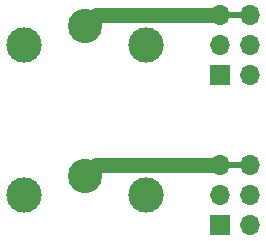
<source format=gbl>
G04 #@! TF.GenerationSoftware,KiCad,Pcbnew,(5.1.2-1)-1*
G04 #@! TF.CreationDate,2020-04-21T23:13:36-04:00*
G04 #@! TF.ProjectId,rca_breadboard_adapter,7263615f-6272-4656-9164-626f6172645f,rev?*
G04 #@! TF.SameCoordinates,Original*
G04 #@! TF.FileFunction,Copper,L2,Bot*
G04 #@! TF.FilePolarity,Positive*
%FSLAX46Y46*%
G04 Gerber Fmt 4.6, Leading zero omitted, Abs format (unit mm)*
G04 Created by KiCad (PCBNEW (5.1.2-1)-1) date 2020-04-21 23:13:36*
%MOMM*%
%LPD*%
G04 APERTURE LIST*
%ADD10C,2.900000*%
%ADD11C,3.000000*%
%ADD12R,1.700000X1.700000*%
%ADD13O,1.700000X1.700000*%
%ADD14C,0.508000*%
%ADD15C,0.250000*%
%ADD16C,1.270000*%
G04 APERTURE END LIST*
D10*
X147320000Y-50470000D03*
D11*
X142170000Y-52070000D03*
X152470000Y-52070000D03*
D10*
X147320000Y-63170000D03*
D11*
X142170000Y-64770000D03*
X152470000Y-64770000D03*
D12*
X158750000Y-54610000D03*
D13*
X161290000Y-54610000D03*
X158750000Y-52070000D03*
X161290000Y-52070000D03*
X158750000Y-49530000D03*
X161290000Y-49530000D03*
X161290000Y-62230000D03*
X158750000Y-62230000D03*
X161290000Y-64770000D03*
X158750000Y-64770000D03*
X161290000Y-67310000D03*
D12*
X158750000Y-67310000D03*
D14*
X161290000Y-49530000D02*
X158750000Y-49530000D01*
D15*
X148260000Y-49530000D02*
X147320000Y-50470000D01*
D16*
X158750000Y-49530000D02*
X148260000Y-49530000D01*
D14*
X161290000Y-62230000D02*
X158750000Y-62230000D01*
D15*
X148260000Y-62230000D02*
X147320000Y-63170000D01*
D16*
X158750000Y-62230000D02*
X148260000Y-62230000D01*
M02*

</source>
